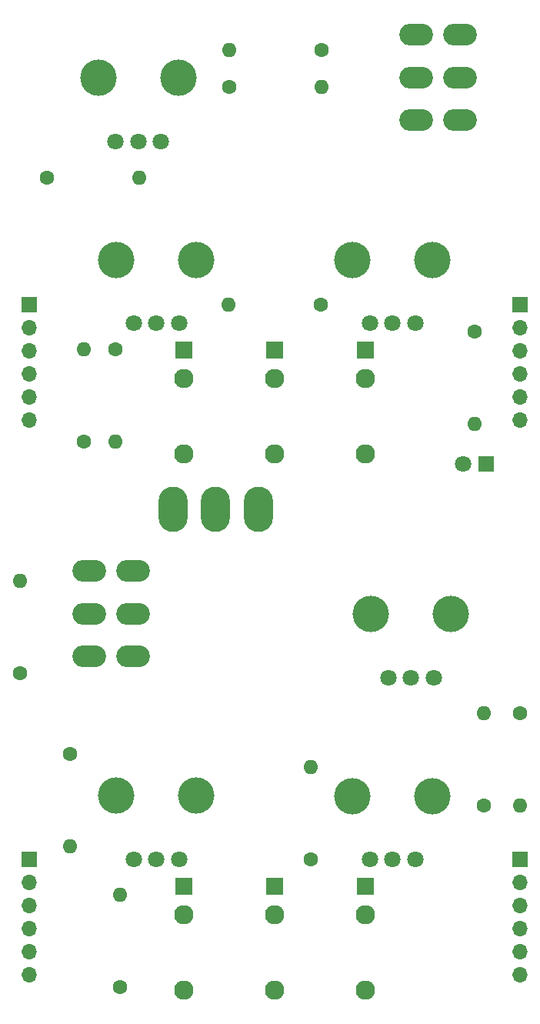
<source format=gbs>
G04 #@! TF.GenerationSoftware,KiCad,Pcbnew,(6.0.1)*
G04 #@! TF.CreationDate,2022-02-07T13:42:59+01:00*
G04 #@! TF.ProjectId,MS20-VCF,4d533230-2d56-4434-962e-6b696361645f,rev?*
G04 #@! TF.SameCoordinates,Original*
G04 #@! TF.FileFunction,Soldermask,Bot*
G04 #@! TF.FilePolarity,Negative*
%FSLAX46Y46*%
G04 Gerber Fmt 4.6, Leading zero omitted, Abs format (unit mm)*
G04 Created by KiCad (PCBNEW (6.0.1)) date 2022-02-07 13:42:59*
%MOMM*%
%LPD*%
G01*
G04 APERTURE LIST*
%ADD10C,4.000000*%
%ADD11C,1.800000*%
%ADD12R,1.800000X1.800000*%
%ADD13R,1.930000X1.830000*%
%ADD14C,2.130000*%
%ADD15C,1.600000*%
%ADD16O,1.600000X1.600000*%
%ADD17O,3.700000X2.400000*%
%ADD18O,3.200000X5.000000*%
%ADD19R,1.700000X1.700000*%
%ADD20O,1.700000X1.700000*%
G04 APERTURE END LIST*
D10*
X142400000Y-64050000D03*
X133600000Y-64050000D03*
D11*
X140500000Y-71050000D03*
X138000000Y-71050000D03*
X135500000Y-71050000D03*
D10*
X105600000Y-44050000D03*
X114400000Y-44050000D03*
D11*
X112500000Y-51050000D03*
X110000000Y-51050000D03*
X107500000Y-51050000D03*
D12*
X148275000Y-86500000D03*
D11*
X145735000Y-86500000D03*
D13*
X135000000Y-74000000D03*
D14*
X135000000Y-85400000D03*
X135000000Y-77100000D03*
D13*
X125000000Y-74000000D03*
D14*
X125000000Y-85400000D03*
X125000000Y-77100000D03*
D13*
X115000000Y-74000000D03*
D14*
X115000000Y-85400000D03*
X115000000Y-77100000D03*
D15*
X104000000Y-84080000D03*
D16*
X104000000Y-73920000D03*
D15*
X99920000Y-55000000D03*
D16*
X110080000Y-55000000D03*
D15*
X120000000Y-45000000D03*
D16*
X130160000Y-45000000D03*
D15*
X130160000Y-41000000D03*
D16*
X120000000Y-41000000D03*
D15*
X107500000Y-73920000D03*
D16*
X107500000Y-84080000D03*
D15*
X130080000Y-69000000D03*
D16*
X119920000Y-69000000D03*
D15*
X129000000Y-130000000D03*
D16*
X129000000Y-119840000D03*
D15*
X108000000Y-144080000D03*
D16*
X108000000Y-133920000D03*
D10*
X116400000Y-64050000D03*
X107600000Y-64050000D03*
D11*
X114500000Y-71050000D03*
X112000000Y-71050000D03*
X109500000Y-71050000D03*
D17*
X140600000Y-39300000D03*
X140600000Y-44000000D03*
X140600000Y-48700000D03*
X145400000Y-39300000D03*
X145400000Y-44000000D03*
X145400000Y-48700000D03*
D18*
X113800000Y-91500000D03*
X118500000Y-91500000D03*
X123200000Y-91500000D03*
D13*
X115000000Y-133000000D03*
D14*
X115000000Y-144400000D03*
X115000000Y-136100000D03*
D13*
X125000000Y-133000000D03*
D14*
X125000000Y-144400000D03*
X125000000Y-136100000D03*
D13*
X135000000Y-133000000D03*
D14*
X135000000Y-144400000D03*
X135000000Y-136100000D03*
D15*
X147000000Y-71920000D03*
D16*
X147000000Y-82080000D03*
D15*
X97000000Y-109500000D03*
D16*
X97000000Y-99340000D03*
D15*
X148000000Y-124080000D03*
D16*
X148000000Y-113920000D03*
D15*
X152000000Y-113920000D03*
D16*
X152000000Y-124080000D03*
D15*
X102500000Y-118420000D03*
D16*
X102500000Y-128580000D03*
D17*
X104600000Y-98300000D03*
X104600000Y-103000000D03*
X104600000Y-107700000D03*
X109400000Y-98300000D03*
X109400000Y-103000000D03*
X109400000Y-107700000D03*
D10*
X116400000Y-123000000D03*
X107600000Y-123000000D03*
D11*
X114500000Y-130000000D03*
X112000000Y-130000000D03*
X109500000Y-130000000D03*
D10*
X142400000Y-123050000D03*
X133600000Y-123050000D03*
D11*
X140500000Y-130050000D03*
X138000000Y-130050000D03*
X135500000Y-130050000D03*
D10*
X135600000Y-103050000D03*
X144400000Y-103050000D03*
D11*
X142500000Y-110050000D03*
X140000000Y-110050000D03*
X137500000Y-110050000D03*
D19*
X98000000Y-69000000D03*
D20*
X98000000Y-71540000D03*
X98000000Y-74080000D03*
X98000000Y-76620000D03*
X98000000Y-79160000D03*
X98000000Y-81700000D03*
D19*
X152000000Y-69000000D03*
D20*
X152000000Y-71540000D03*
X152000000Y-74080000D03*
X152000000Y-76620000D03*
X152000000Y-79160000D03*
X152000000Y-81700000D03*
D19*
X98000000Y-130000000D03*
D20*
X98000000Y-132540000D03*
X98000000Y-135080000D03*
X98000000Y-137620000D03*
X98000000Y-140160000D03*
X98000000Y-142700000D03*
D19*
X152000000Y-130000000D03*
D20*
X152000000Y-132540000D03*
X152000000Y-135080000D03*
X152000000Y-137620000D03*
X152000000Y-140160000D03*
X152000000Y-142700000D03*
M02*

</source>
